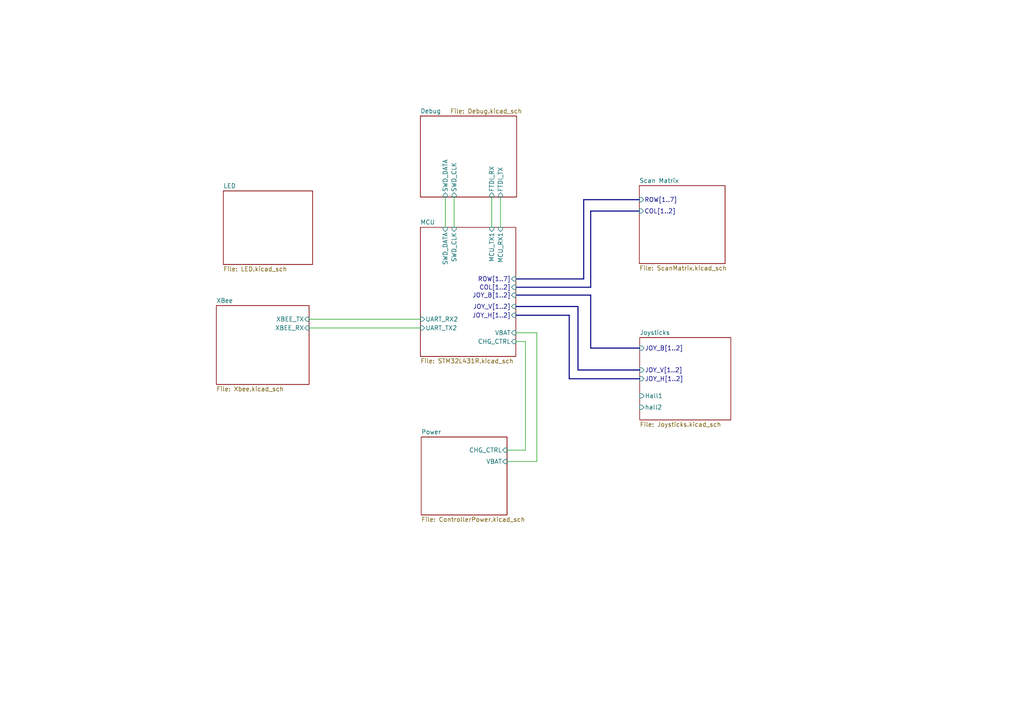
<source format=kicad_sch>
(kicad_sch (version 20211123) (generator eeschema)
  (paper "A4")
  (lib_symbols)
  (wire (pts (xy 89.662 92.583) (xy 121.92 92.583)))
  (wire (pts (xy 142.621 57.15) (xy 142.621 65.913)))
  (wire (pts (xy 129.159 57.15) (xy 129.159 65.913)))
  (bus (pts (xy 149.606 88.9) (xy 167.64 88.9)))
  (bus (pts (xy 171.323 85.598) (xy 171.323 100.965)))
  (bus (pts (xy 171.323 83.312) (xy 149.86 83.312)))
  (wire (pts (xy 89.662 95.123) (xy 121.92 95.123)))
  (bus (pts (xy 165.1 91.44) (xy 149.606 91.44)))
  (bus (pts (xy 149.86 85.598) (xy 171.323 85.598)))
  (bus (pts (xy 167.64 107.315) (xy 185.547 107.315)))
  (bus (pts (xy 169.291 80.899) (xy 169.291 57.912)))
  (wire (pts (xy 147.066 130.556) (xy 152.4 130.556)))
  (wire (pts (xy 145.161 57.15) (xy 145.161 65.913)))
  (bus (pts (xy 185.547 109.855) (xy 165.1 109.855)))
  (wire (pts (xy 152.4 130.556) (xy 152.4 99.06)))
  (bus (pts (xy 167.64 88.9) (xy 167.64 107.315)))
  (bus (pts (xy 165.1 109.855) (xy 165.1 91.44)))
  (wire (pts (xy 131.699 57.15) (xy 131.699 65.913)))
  (bus (pts (xy 169.291 57.912) (xy 185.42 57.912)))
  (bus (pts (xy 171.323 100.965) (xy 185.547 100.965)))
  (wire (pts (xy 152.4 99.06) (xy 149.606 99.06)))
  (wire (pts (xy 149.606 96.52) (xy 155.702 96.52)))
  (bus (pts (xy 171.323 61.214) (xy 171.323 83.312)))
  (wire (pts (xy 155.702 133.858) (xy 147.066 133.858)))
  (bus (pts (xy 185.42 61.214) (xy 171.323 61.214)))
  (wire (pts (xy 155.702 96.52) (xy 155.702 133.858)))
  (bus (pts (xy 149.86 80.899) (xy 169.291 80.899)))
  (sheet (at 62.738 88.646) (size 26.924 22.86) (stroke (width 0.1524))
    (property "Sheet name" "XBee" (at 62.738 87.9344 0) (effects (justify left bottom)))
    (property "Sheet file" "Xbee.kicad_sch" (at 62.738 112.0906 0) (effects (justify left top)))
    (pin "XBEE_TX" input (at 89.662 92.583 0))
    (pin "XBEE_RX" input (at 89.662 95.123 0))
  )
  (sheet (at 185.547 97.917) (size 26.416 23.876) (stroke (width 0.1524))
    (property "Sheet name" "Joysticks" (at 185.547 97.2054 0) (effects (justify left bottom)))
    (property "Sheet file" "Joysticks.kicad_sch" (at 185.547 122.3776 0) (effects (justify left top)))
    (pin "JOY_B[1..2]" input (at 185.547 100.965 180))
    (pin "JOY_V[1..2]" input (at 185.547 107.315 180))
    (pin "JOY_H[1..2]" input (at 185.547 109.855 180))
    (pin "Hall1" input (at 185.547 114.808 180))
    (pin "hall2" input (at 185.547 118.11 180))
  )
  (sheet (at 122.174 126.746) (size 24.892 22.606) (stroke (width 0.1524))
    (property "Sheet name" "Power" (at 122.174 126.0344 0) (effects (justify left bottom)))
    (property "Sheet file" "ControllerPower.kicad_sch" (at 122.174 149.9366 0) (effects (justify left top)))
    (pin "CHG_CTRL" input (at 147.066 130.556 0))
    (pin "VBAT" input (at 147.066 133.858 0))
  )
  (sheet (at 64.77 55.372) (size 25.908 21.336) (stroke (width 0.1524))
    (property "Sheet name" "LED" (at 64.77 54.6604 0) (effects (justify left bottom)))
    (property "Sheet file" "LED.kicad_sch" (at 64.77 77.2926 0) (effects (justify left top)))
  )
  (sheet (at 121.92 33.655) (size 27.94 23.495) (stroke (width 0.1524))
    (property "Sheet name" "Debug" (at 121.92 32.9434 0) (effects (justify left bottom)))
    (property "Sheet file" "Debug.kicad_sch" (at 130.556 31.496 0) (effects (justify left top)))
    (pin "SWD_DATA" input (at 129.159 57.15 270))
    (pin "FTDI_TX" input (at 145.161 57.15 270))
    (pin "FTDI_RX" input (at 142.621 57.15 270))
    (pin "SWD_CLK" input (at 131.699 57.15 270))
  )
  (sheet (at 185.42 53.848) (size 24.892 22.606) (stroke (width 0.1524))
    (property "Sheet name" "Scan Matrix" (at 185.42 53.1364 0) (effects (justify left bottom)))
    (property "Sheet file" "ScanMatrix.kicad_sch" (at 185.42 77.0386 0) (effects (justify left top)))
    (pin "ROW[1..7]" input (at 185.42 57.912 180))
    (pin "COL[1..2]" input (at 185.42 61.214 180))
  )
  (sheet (at 121.92 65.913) (size 27.686 37.465) (stroke (width 0.1524))
    (property "Sheet name" "MCU" (at 121.92 65.2014 0) (effects (justify left bottom)))
    (property "Sheet file" "STM32L431R.kicad_sch" (at 121.92 103.9626 0) (effects (justify left top)))
    (pin "ROW[1..7]" input (at 149.606 80.899 0))
    (pin "COL[1..2]" input (at 149.606 83.312 0))
    (pin "JOY_B[1..2]" input (at 149.606 85.598 0))
    (pin "SWD_DATA" input (at 129.159 65.913 90))
    (pin "SWD_CLK" input (at 131.699 65.913 90))
    (pin "UART_TX2" input (at 121.92 95.123 180))
    (pin "UART_RX2" input (at 121.92 92.583 180))
    (pin "MCU_RX1" input (at 145.161 65.913 90))
    (pin "MCU_TX1" input (at 142.621 65.913 90))
    (pin "VBAT" input (at 149.606 96.52 0))
    (pin "CHG_CTRL" input (at 149.606 99.06 0))
    (pin "JOY_V[1..2]" input (at 149.606 88.9 0))
    (pin "JOY_H[1..2]" input (at 149.606 91.44 0))
  )
)
</source>
